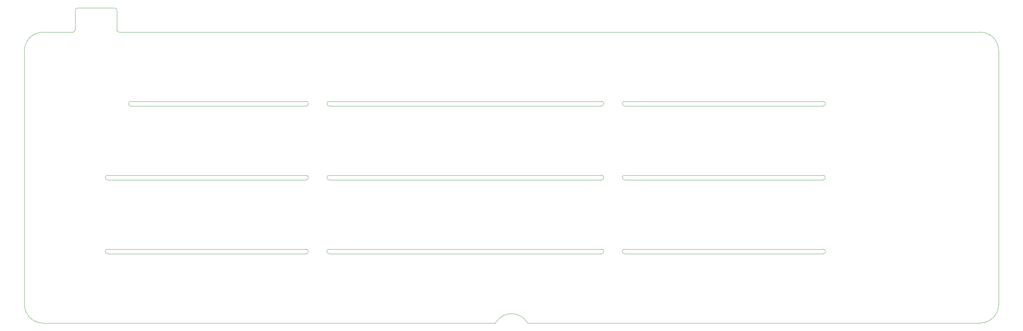
<source format=gm1>
G04 #@! TF.GenerationSoftware,KiCad,Pcbnew,(6.0.5-0)*
G04 #@! TF.CreationDate,2022-06-11T10:28:08-05:00*
G04 #@! TF.ProjectId,pcb,7063622e-6b69-4636-9164-5f7063625858,rev?*
G04 #@! TF.SameCoordinates,Original*
G04 #@! TF.FileFunction,Profile,NP*
%FSLAX46Y46*%
G04 Gerber Fmt 4.6, Leading zero omitted, Abs format (unit mm)*
G04 Created by KiCad (PCBNEW (6.0.5-0)) date 2022-06-11 10:28:08*
%MOMM*%
%LPD*%
G01*
G04 APERTURE LIST*
G04 #@! TA.AperFunction,Profile*
%ADD10C,0.050000*%
G04 #@! TD*
G04 APERTURE END LIST*
D10*
X91057416Y-43668942D02*
X91057416Y-38608805D01*
X329182645Y-49026759D02*
G75*
G03*
X324420112Y-44264255I-4762545J-41D01*
G01*
X150588667Y-81173661D02*
X99391798Y-81173661D01*
X226788731Y-82364339D02*
G75*
G03*
X226788731Y-81173661I69J595339D01*
G01*
X226788731Y-100223677D02*
X156541895Y-100223677D01*
X156541846Y-62123687D02*
X226788731Y-62123603D01*
X232741959Y-62123687D02*
X283938722Y-62123645D01*
X232741959Y-100223719D02*
X283938847Y-100223677D01*
X324420112Y-119273716D02*
G75*
G03*
X329182616Y-114511189I-12J4762516D01*
G01*
X199404383Y-119273693D02*
X82723034Y-119273693D01*
X283938795Y-82364165D02*
G75*
G03*
X283938795Y-81173635I5J595265D01*
G01*
X82723034Y-44264260D02*
G75*
G03*
X77960530Y-49026759I-4J-4762500D01*
G01*
X329182616Y-49026759D02*
X329182616Y-114511189D01*
X156541846Y-62123687D02*
G75*
G03*
X156541846Y-63314313I-46J-595313D01*
G01*
X232741910Y-81173671D02*
G75*
G03*
X232741910Y-82364329I-10J-595329D01*
G01*
X283938795Y-82364261D02*
X232741910Y-82364329D01*
X105344913Y-62123603D02*
X150588667Y-62123645D01*
X77960507Y-114511189D02*
G75*
G03*
X82723034Y-119273693I4762493J-11D01*
G01*
X232741910Y-81173703D02*
X283938795Y-81173635D01*
X105344913Y-63314229D02*
X150588667Y-63314271D01*
X283938722Y-63314271D02*
X232741959Y-63314313D01*
X226788731Y-63314229D02*
X156541846Y-63314313D01*
X207738763Y-119273693D02*
X324420112Y-119273693D01*
X101773130Y-43668958D02*
G75*
G03*
X102368363Y-44264270I595270J-42D01*
G01*
X156541895Y-100223697D02*
G75*
G03*
X156541895Y-101414303I-95J-595303D01*
G01*
X324420112Y-44264255D02*
X102368363Y-44264270D01*
X150588667Y-63314355D02*
G75*
G03*
X150588667Y-62123645I33J595355D01*
G01*
X150588667Y-101414165D02*
G75*
G03*
X150588667Y-100223635I33J595265D01*
G01*
X91652729Y-38013494D02*
X101177738Y-38013494D01*
X150588667Y-100223635D02*
X99391794Y-100223677D01*
X232741959Y-100223655D02*
G75*
G03*
X232741959Y-101414345I-59J-595345D01*
G01*
X99391798Y-82364287D02*
X150588667Y-82364287D01*
X156541895Y-81173713D02*
G75*
G03*
X156541895Y-82364287I-95J-595287D01*
G01*
X207738763Y-119273693D02*
G75*
G03*
X199404383Y-119273693I-4167190J-2381252D01*
G01*
X283938847Y-101414303D02*
X232741959Y-101414345D01*
X105344913Y-62123571D02*
G75*
G03*
X105344913Y-63314229I-13J-595329D01*
G01*
X283938722Y-63314355D02*
G75*
G03*
X283938722Y-62123645I78J595355D01*
G01*
X77960530Y-114511189D02*
X77960530Y-49026759D01*
X101773050Y-38608806D02*
X101773050Y-43668958D01*
X101773006Y-38608806D02*
G75*
G03*
X101177738Y-38013494I-595306J6D01*
G01*
X283938847Y-101414323D02*
G75*
G03*
X283938847Y-100223677I-47J595323D01*
G01*
X226788731Y-82364287D02*
X156541895Y-82364287D01*
X99391794Y-101414303D02*
X150588667Y-101414261D01*
X156541895Y-101414303D02*
X226788731Y-101414303D01*
X150588667Y-82364339D02*
G75*
G03*
X150588667Y-81173661I33J595339D01*
G01*
X226788731Y-101414323D02*
G75*
G03*
X226788731Y-100223677I69J595323D01*
G01*
X91652728Y-38013516D02*
G75*
G03*
X91057416Y-38608806I-28J-595284D01*
G01*
X99391794Y-100223697D02*
G75*
G03*
X99391794Y-101414303I6J-595303D01*
G01*
X90462104Y-44264216D02*
G75*
G03*
X91057416Y-43668943I-4J595316D01*
G01*
X232741959Y-62123687D02*
G75*
G03*
X232741959Y-63314313I-59J-595313D01*
G01*
X226788731Y-63314197D02*
G75*
G03*
X226788731Y-62123603I69J595297D01*
G01*
X82723034Y-44264255D02*
X90462104Y-44264255D01*
X99391798Y-81173713D02*
G75*
G03*
X99391798Y-82364287I2J-595287D01*
G01*
X156541895Y-81173661D02*
X226788731Y-81173661D01*
M02*

</source>
